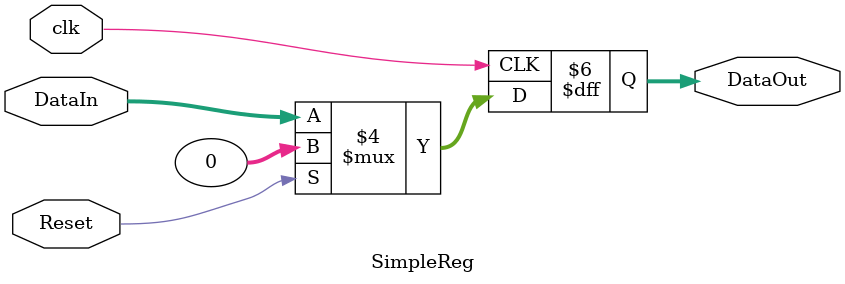
<source format=v>
`timescale 1ns / 1ps

module SimpleReg(clk,Reset,DataIn,DataOut);

	input [31:0] DataIn;
	input clk,Reset;
	output reg [31:0] DataOut;

	
	initial begin
		DataOut = 32'd0;
	end

	
	always @ (negedge clk)
	   begin
		  if(Reset)
			 DataOut <= 0;
		  else begin
		  	   DataOut <= DataIn;
		  end
	   end	
	
endmodule
</source>
